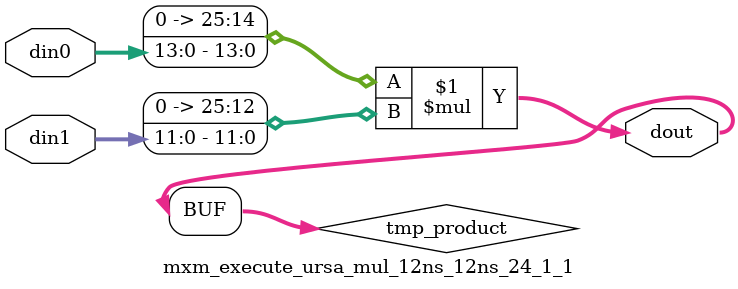
<source format=v>

`timescale 1 ns / 1 ps

  module mxm_execute_ursa_mul_12ns_12ns_24_1_1(din0, din1, dout);
parameter ID = 1;
parameter NUM_STAGE = 0;
parameter din0_WIDTH = 14;
parameter din1_WIDTH = 12;
parameter dout_WIDTH = 26;

input [din0_WIDTH - 1 : 0] din0; 
input [din1_WIDTH - 1 : 0] din1; 
output [dout_WIDTH - 1 : 0] dout;

wire signed [dout_WIDTH - 1 : 0] tmp_product;










assign tmp_product = $signed({1'b0, din0}) * $signed({1'b0, din1});











assign dout = tmp_product;







endmodule

</source>
